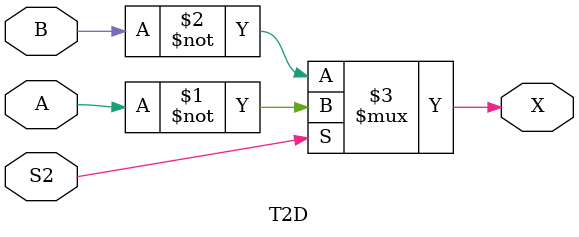
<source format=v>

`timescale 1ns/100ps


module T2D(
	input A, B,
	input S2,
	output X
);

assign X = S2 ? ~A : ~B;	// tmax = 2.7ns

endmodule

</source>
